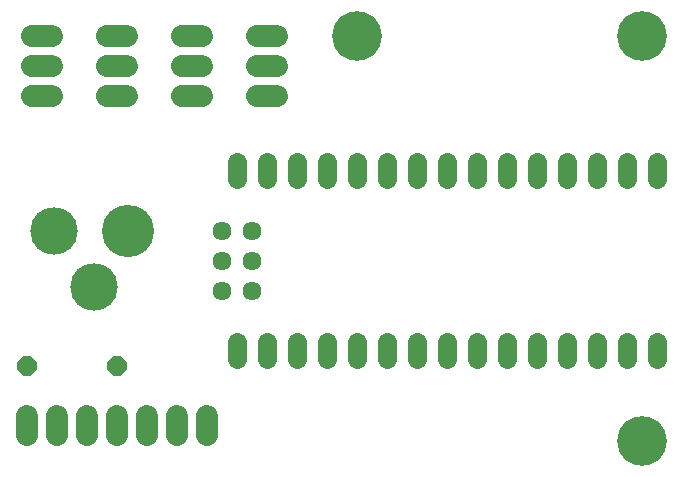
<source format=gts>
G04 EAGLE Gerber RS-274X export*
G75*
%MOMM*%
%FSLAX34Y34*%
%LPD*%
%INTop Solder Mask*%
%IPPOS*%
%AMOC8*
5,1,8,0,0,1.08239X$1,22.5*%
G01*
%ADD10C,4.203200*%
%ADD11C,4.419200*%
%ADD12C,4.019200*%
%ADD13C,1.828800*%
%ADD14C,1.612800*%
%ADD15C,1.612800*%
%ADD16P,1.759533X8X202.500000*%


D10*
X571500Y381000D03*
X571500Y723900D03*
X330200Y723900D03*
D11*
X136000Y558800D03*
D12*
X73500Y558800D03*
X107500Y510800D03*
D13*
X182372Y673100D02*
X198628Y673100D01*
X198628Y698500D02*
X182372Y698500D01*
X182372Y723900D02*
X198628Y723900D01*
X245872Y673100D02*
X262128Y673100D01*
X262128Y698500D02*
X245872Y698500D01*
X245872Y723900D02*
X262128Y723900D01*
X135128Y673100D02*
X118872Y673100D01*
X118872Y698500D02*
X135128Y698500D01*
X135128Y723900D02*
X118872Y723900D01*
X71628Y673100D02*
X55372Y673100D01*
X55372Y698500D02*
X71628Y698500D01*
X71628Y723900D02*
X55372Y723900D01*
D14*
X228600Y464248D02*
X228600Y450152D01*
X254000Y450152D02*
X254000Y464248D01*
X279400Y464248D02*
X279400Y450152D01*
X304800Y450152D02*
X304800Y464248D01*
X330200Y464248D02*
X330200Y450152D01*
X355600Y450152D02*
X355600Y464248D01*
X381000Y464248D02*
X381000Y450152D01*
X406400Y450152D02*
X406400Y464248D01*
X431800Y464248D02*
X431800Y450152D01*
X457200Y450152D02*
X457200Y464248D01*
X482600Y464248D02*
X482600Y450152D01*
X508000Y450152D02*
X508000Y464248D01*
X228600Y602552D02*
X228600Y616648D01*
X254000Y616648D02*
X254000Y602552D01*
X279400Y602552D02*
X279400Y616648D01*
X431800Y616648D02*
X431800Y602552D01*
X457200Y602552D02*
X457200Y616648D01*
X482600Y616648D02*
X482600Y602552D01*
X508000Y602552D02*
X508000Y616648D01*
X584200Y616648D02*
X584200Y602552D01*
X584200Y464248D02*
X584200Y450152D01*
X558800Y450152D02*
X558800Y464248D01*
X533400Y464248D02*
X533400Y450152D01*
X558800Y602552D02*
X558800Y616648D01*
X533400Y616648D02*
X533400Y602552D01*
X304800Y602552D02*
X304800Y616648D01*
D15*
X241300Y558800D03*
X241300Y533400D03*
X241300Y508000D03*
D14*
X406400Y602552D02*
X406400Y616648D01*
X381000Y616648D02*
X381000Y602552D01*
X355600Y602552D02*
X355600Y616648D01*
X330200Y616648D02*
X330200Y602552D01*
D15*
X215900Y558800D03*
X215900Y533400D03*
X215900Y508000D03*
D13*
X50800Y401828D02*
X50800Y385572D01*
X76200Y385572D02*
X76200Y401828D01*
X101600Y401828D02*
X101600Y385572D01*
X127000Y385572D02*
X127000Y401828D01*
X152400Y401828D02*
X152400Y385572D01*
X177800Y385572D02*
X177800Y401828D01*
X203200Y401828D02*
X203200Y385572D01*
D16*
X127000Y444500D03*
X50800Y444500D03*
M02*

</source>
